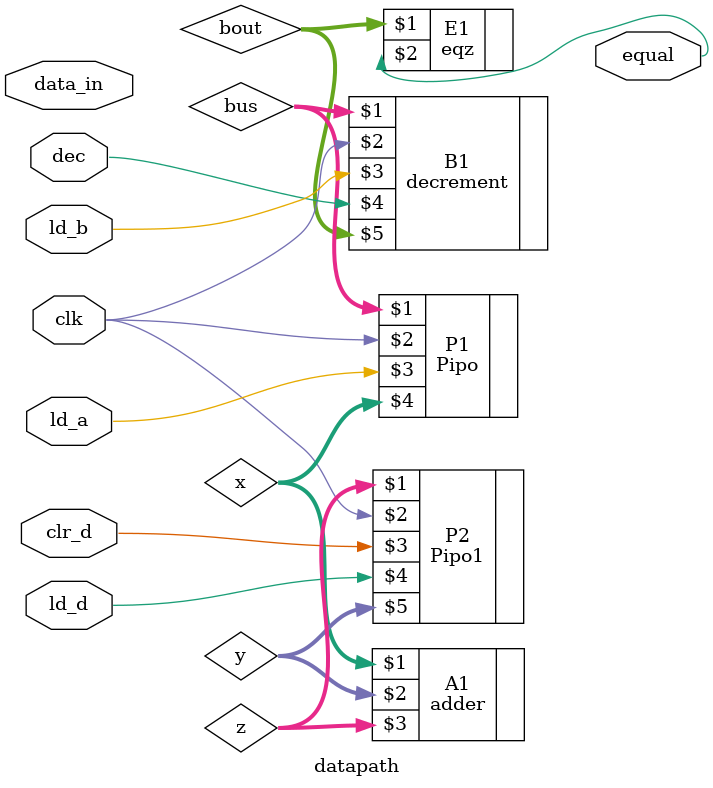
<source format=v>
module datapath(data_in,clk,ld_a,ld_b,ld_d,dec,clr_d,equal);
  input clk,ld_a,ld_b,ld_d,clr_d,dec;
  input [15:0]data_in;
  output equal;
  
  wire [15:0]x,y,z,bout,bus;
  
  Pipo P1 (bus,clk,ld_a,x);
  Pipo1 P2(z,clk,clr_d,ld_d,y);
  decrement B1(bus,clk,ld_b,dec,bout);
  adder A1(x,y,z);
  eqz E1(bout,equal);
  
endmodule
</source>
